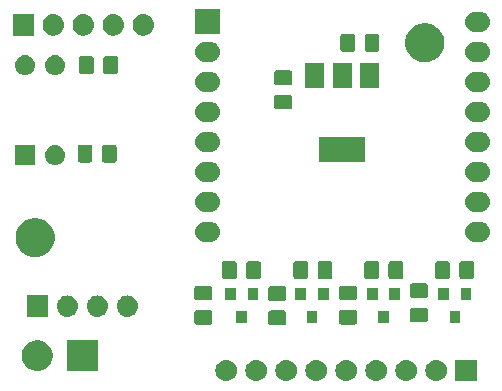
<source format=gbr>
G04 #@! TF.GenerationSoftware,KiCad,Pcbnew,5.1.2*
G04 #@! TF.CreationDate,2019-05-06T20:04:11+02:00*
G04 #@! TF.ProjectId,controlboard,636f6e74-726f-46c6-926f-6172642e6b69,rev?*
G04 #@! TF.SameCoordinates,Original*
G04 #@! TF.FileFunction,Soldermask,Top*
G04 #@! TF.FilePolarity,Negative*
%FSLAX46Y46*%
G04 Gerber Fmt 4.6, Leading zero omitted, Abs format (unit mm)*
G04 Created by KiCad (PCBNEW 5.1.2) date 2019-05-06 20:04:11*
%MOMM*%
%LPD*%
G04 APERTURE LIST*
%ADD10C,0.100000*%
G04 APERTURE END LIST*
D10*
G36*
X82290443Y-58355519D02*
G01*
X82356627Y-58362037D01*
X82526466Y-58413557D01*
X82682991Y-58497222D01*
X82718729Y-58526552D01*
X82820186Y-58609814D01*
X82903448Y-58711271D01*
X82932778Y-58747009D01*
X83016443Y-58903534D01*
X83067963Y-59073373D01*
X83085359Y-59250000D01*
X83067963Y-59426627D01*
X83016443Y-59596466D01*
X82932778Y-59752991D01*
X82903448Y-59788729D01*
X82820186Y-59890186D01*
X82718729Y-59973448D01*
X82682991Y-60002778D01*
X82526466Y-60086443D01*
X82356627Y-60137963D01*
X82290442Y-60144482D01*
X82224260Y-60151000D01*
X82135740Y-60151000D01*
X82069558Y-60144482D01*
X82003373Y-60137963D01*
X81833534Y-60086443D01*
X81677009Y-60002778D01*
X81641271Y-59973448D01*
X81539814Y-59890186D01*
X81456552Y-59788729D01*
X81427222Y-59752991D01*
X81343557Y-59596466D01*
X81292037Y-59426627D01*
X81274641Y-59250000D01*
X81292037Y-59073373D01*
X81343557Y-58903534D01*
X81427222Y-58747009D01*
X81456552Y-58711271D01*
X81539814Y-58609814D01*
X81641271Y-58526552D01*
X81677009Y-58497222D01*
X81833534Y-58413557D01*
X82003373Y-58362037D01*
X82069557Y-58355519D01*
X82135740Y-58349000D01*
X82224260Y-58349000D01*
X82290443Y-58355519D01*
X82290443Y-58355519D01*
G37*
G36*
X84830443Y-58355519D02*
G01*
X84896627Y-58362037D01*
X85066466Y-58413557D01*
X85222991Y-58497222D01*
X85258729Y-58526552D01*
X85360186Y-58609814D01*
X85443448Y-58711271D01*
X85472778Y-58747009D01*
X85556443Y-58903534D01*
X85607963Y-59073373D01*
X85625359Y-59250000D01*
X85607963Y-59426627D01*
X85556443Y-59596466D01*
X85472778Y-59752991D01*
X85443448Y-59788729D01*
X85360186Y-59890186D01*
X85258729Y-59973448D01*
X85222991Y-60002778D01*
X85066466Y-60086443D01*
X84896627Y-60137963D01*
X84830442Y-60144482D01*
X84764260Y-60151000D01*
X84675740Y-60151000D01*
X84609558Y-60144482D01*
X84543373Y-60137963D01*
X84373534Y-60086443D01*
X84217009Y-60002778D01*
X84181271Y-59973448D01*
X84079814Y-59890186D01*
X83996552Y-59788729D01*
X83967222Y-59752991D01*
X83883557Y-59596466D01*
X83832037Y-59426627D01*
X83814641Y-59250000D01*
X83832037Y-59073373D01*
X83883557Y-58903534D01*
X83967222Y-58747009D01*
X83996552Y-58711271D01*
X84079814Y-58609814D01*
X84181271Y-58526552D01*
X84217009Y-58497222D01*
X84373534Y-58413557D01*
X84543373Y-58362037D01*
X84609557Y-58355519D01*
X84675740Y-58349000D01*
X84764260Y-58349000D01*
X84830443Y-58355519D01*
X84830443Y-58355519D01*
G37*
G36*
X87370443Y-58355519D02*
G01*
X87436627Y-58362037D01*
X87606466Y-58413557D01*
X87762991Y-58497222D01*
X87798729Y-58526552D01*
X87900186Y-58609814D01*
X87983448Y-58711271D01*
X88012778Y-58747009D01*
X88096443Y-58903534D01*
X88147963Y-59073373D01*
X88165359Y-59250000D01*
X88147963Y-59426627D01*
X88096443Y-59596466D01*
X88012778Y-59752991D01*
X87983448Y-59788729D01*
X87900186Y-59890186D01*
X87798729Y-59973448D01*
X87762991Y-60002778D01*
X87606466Y-60086443D01*
X87436627Y-60137963D01*
X87370442Y-60144482D01*
X87304260Y-60151000D01*
X87215740Y-60151000D01*
X87149558Y-60144482D01*
X87083373Y-60137963D01*
X86913534Y-60086443D01*
X86757009Y-60002778D01*
X86721271Y-59973448D01*
X86619814Y-59890186D01*
X86536552Y-59788729D01*
X86507222Y-59752991D01*
X86423557Y-59596466D01*
X86372037Y-59426627D01*
X86354641Y-59250000D01*
X86372037Y-59073373D01*
X86423557Y-58903534D01*
X86507222Y-58747009D01*
X86536552Y-58711271D01*
X86619814Y-58609814D01*
X86721271Y-58526552D01*
X86757009Y-58497222D01*
X86913534Y-58413557D01*
X87083373Y-58362037D01*
X87149557Y-58355519D01*
X87215740Y-58349000D01*
X87304260Y-58349000D01*
X87370443Y-58355519D01*
X87370443Y-58355519D01*
G37*
G36*
X89910443Y-58355519D02*
G01*
X89976627Y-58362037D01*
X90146466Y-58413557D01*
X90302991Y-58497222D01*
X90338729Y-58526552D01*
X90440186Y-58609814D01*
X90523448Y-58711271D01*
X90552778Y-58747009D01*
X90636443Y-58903534D01*
X90687963Y-59073373D01*
X90705359Y-59250000D01*
X90687963Y-59426627D01*
X90636443Y-59596466D01*
X90552778Y-59752991D01*
X90523448Y-59788729D01*
X90440186Y-59890186D01*
X90338729Y-59973448D01*
X90302991Y-60002778D01*
X90146466Y-60086443D01*
X89976627Y-60137963D01*
X89910442Y-60144482D01*
X89844260Y-60151000D01*
X89755740Y-60151000D01*
X89689558Y-60144482D01*
X89623373Y-60137963D01*
X89453534Y-60086443D01*
X89297009Y-60002778D01*
X89261271Y-59973448D01*
X89159814Y-59890186D01*
X89076552Y-59788729D01*
X89047222Y-59752991D01*
X88963557Y-59596466D01*
X88912037Y-59426627D01*
X88894641Y-59250000D01*
X88912037Y-59073373D01*
X88963557Y-58903534D01*
X89047222Y-58747009D01*
X89076552Y-58711271D01*
X89159814Y-58609814D01*
X89261271Y-58526552D01*
X89297009Y-58497222D01*
X89453534Y-58413557D01*
X89623373Y-58362037D01*
X89689557Y-58355519D01*
X89755740Y-58349000D01*
X89844260Y-58349000D01*
X89910443Y-58355519D01*
X89910443Y-58355519D01*
G37*
G36*
X92450443Y-58355519D02*
G01*
X92516627Y-58362037D01*
X92686466Y-58413557D01*
X92842991Y-58497222D01*
X92878729Y-58526552D01*
X92980186Y-58609814D01*
X93063448Y-58711271D01*
X93092778Y-58747009D01*
X93176443Y-58903534D01*
X93227963Y-59073373D01*
X93245359Y-59250000D01*
X93227963Y-59426627D01*
X93176443Y-59596466D01*
X93092778Y-59752991D01*
X93063448Y-59788729D01*
X92980186Y-59890186D01*
X92878729Y-59973448D01*
X92842991Y-60002778D01*
X92686466Y-60086443D01*
X92516627Y-60137963D01*
X92450442Y-60144482D01*
X92384260Y-60151000D01*
X92295740Y-60151000D01*
X92229558Y-60144482D01*
X92163373Y-60137963D01*
X91993534Y-60086443D01*
X91837009Y-60002778D01*
X91801271Y-59973448D01*
X91699814Y-59890186D01*
X91616552Y-59788729D01*
X91587222Y-59752991D01*
X91503557Y-59596466D01*
X91452037Y-59426627D01*
X91434641Y-59250000D01*
X91452037Y-59073373D01*
X91503557Y-58903534D01*
X91587222Y-58747009D01*
X91616552Y-58711271D01*
X91699814Y-58609814D01*
X91801271Y-58526552D01*
X91837009Y-58497222D01*
X91993534Y-58413557D01*
X92163373Y-58362037D01*
X92229557Y-58355519D01*
X92295740Y-58349000D01*
X92384260Y-58349000D01*
X92450443Y-58355519D01*
X92450443Y-58355519D01*
G37*
G36*
X94990443Y-58355519D02*
G01*
X95056627Y-58362037D01*
X95226466Y-58413557D01*
X95382991Y-58497222D01*
X95418729Y-58526552D01*
X95520186Y-58609814D01*
X95603448Y-58711271D01*
X95632778Y-58747009D01*
X95716443Y-58903534D01*
X95767963Y-59073373D01*
X95785359Y-59250000D01*
X95767963Y-59426627D01*
X95716443Y-59596466D01*
X95632778Y-59752991D01*
X95603448Y-59788729D01*
X95520186Y-59890186D01*
X95418729Y-59973448D01*
X95382991Y-60002778D01*
X95226466Y-60086443D01*
X95056627Y-60137963D01*
X94990442Y-60144482D01*
X94924260Y-60151000D01*
X94835740Y-60151000D01*
X94769558Y-60144482D01*
X94703373Y-60137963D01*
X94533534Y-60086443D01*
X94377009Y-60002778D01*
X94341271Y-59973448D01*
X94239814Y-59890186D01*
X94156552Y-59788729D01*
X94127222Y-59752991D01*
X94043557Y-59596466D01*
X93992037Y-59426627D01*
X93974641Y-59250000D01*
X93992037Y-59073373D01*
X94043557Y-58903534D01*
X94127222Y-58747009D01*
X94156552Y-58711271D01*
X94239814Y-58609814D01*
X94341271Y-58526552D01*
X94377009Y-58497222D01*
X94533534Y-58413557D01*
X94703373Y-58362037D01*
X94769557Y-58355519D01*
X94835740Y-58349000D01*
X94924260Y-58349000D01*
X94990443Y-58355519D01*
X94990443Y-58355519D01*
G37*
G36*
X97530443Y-58355519D02*
G01*
X97596627Y-58362037D01*
X97766466Y-58413557D01*
X97922991Y-58497222D01*
X97958729Y-58526552D01*
X98060186Y-58609814D01*
X98143448Y-58711271D01*
X98172778Y-58747009D01*
X98256443Y-58903534D01*
X98307963Y-59073373D01*
X98325359Y-59250000D01*
X98307963Y-59426627D01*
X98256443Y-59596466D01*
X98172778Y-59752991D01*
X98143448Y-59788729D01*
X98060186Y-59890186D01*
X97958729Y-59973448D01*
X97922991Y-60002778D01*
X97766466Y-60086443D01*
X97596627Y-60137963D01*
X97530442Y-60144482D01*
X97464260Y-60151000D01*
X97375740Y-60151000D01*
X97309558Y-60144482D01*
X97243373Y-60137963D01*
X97073534Y-60086443D01*
X96917009Y-60002778D01*
X96881271Y-59973448D01*
X96779814Y-59890186D01*
X96696552Y-59788729D01*
X96667222Y-59752991D01*
X96583557Y-59596466D01*
X96532037Y-59426627D01*
X96514641Y-59250000D01*
X96532037Y-59073373D01*
X96583557Y-58903534D01*
X96667222Y-58747009D01*
X96696552Y-58711271D01*
X96779814Y-58609814D01*
X96881271Y-58526552D01*
X96917009Y-58497222D01*
X97073534Y-58413557D01*
X97243373Y-58362037D01*
X97309557Y-58355519D01*
X97375740Y-58349000D01*
X97464260Y-58349000D01*
X97530443Y-58355519D01*
X97530443Y-58355519D01*
G37*
G36*
X100070443Y-58355519D02*
G01*
X100136627Y-58362037D01*
X100306466Y-58413557D01*
X100462991Y-58497222D01*
X100498729Y-58526552D01*
X100600186Y-58609814D01*
X100683448Y-58711271D01*
X100712778Y-58747009D01*
X100796443Y-58903534D01*
X100847963Y-59073373D01*
X100865359Y-59250000D01*
X100847963Y-59426627D01*
X100796443Y-59596466D01*
X100712778Y-59752991D01*
X100683448Y-59788729D01*
X100600186Y-59890186D01*
X100498729Y-59973448D01*
X100462991Y-60002778D01*
X100306466Y-60086443D01*
X100136627Y-60137963D01*
X100070442Y-60144482D01*
X100004260Y-60151000D01*
X99915740Y-60151000D01*
X99849558Y-60144482D01*
X99783373Y-60137963D01*
X99613534Y-60086443D01*
X99457009Y-60002778D01*
X99421271Y-59973448D01*
X99319814Y-59890186D01*
X99236552Y-59788729D01*
X99207222Y-59752991D01*
X99123557Y-59596466D01*
X99072037Y-59426627D01*
X99054641Y-59250000D01*
X99072037Y-59073373D01*
X99123557Y-58903534D01*
X99207222Y-58747009D01*
X99236552Y-58711271D01*
X99319814Y-58609814D01*
X99421271Y-58526552D01*
X99457009Y-58497222D01*
X99613534Y-58413557D01*
X99783373Y-58362037D01*
X99849557Y-58355519D01*
X99915740Y-58349000D01*
X100004260Y-58349000D01*
X100070443Y-58355519D01*
X100070443Y-58355519D01*
G37*
G36*
X103401000Y-60151000D02*
G01*
X101599000Y-60151000D01*
X101599000Y-58349000D01*
X103401000Y-58349000D01*
X103401000Y-60151000D01*
X103401000Y-60151000D01*
G37*
G36*
X71300680Y-59300680D02*
G01*
X68699320Y-59300680D01*
X68699320Y-56699320D01*
X71300680Y-56699320D01*
X71300680Y-59300680D01*
X71300680Y-59300680D01*
G37*
G36*
X66569393Y-56749304D02*
G01*
X66806101Y-56847352D01*
X66806103Y-56847353D01*
X67019135Y-56989696D01*
X67200304Y-57170865D01*
X67342647Y-57383897D01*
X67342648Y-57383899D01*
X67440696Y-57620607D01*
X67490680Y-57871893D01*
X67490680Y-58128107D01*
X67440696Y-58379393D01*
X67391889Y-58497222D01*
X67342647Y-58616103D01*
X67200304Y-58829135D01*
X67019135Y-59010304D01*
X66806103Y-59152647D01*
X66806102Y-59152648D01*
X66806101Y-59152648D01*
X66569393Y-59250696D01*
X66318107Y-59300680D01*
X66061893Y-59300680D01*
X65810607Y-59250696D01*
X65573899Y-59152648D01*
X65573898Y-59152648D01*
X65573897Y-59152647D01*
X65360865Y-59010304D01*
X65179696Y-58829135D01*
X65037353Y-58616103D01*
X64988111Y-58497222D01*
X64939304Y-58379393D01*
X64889320Y-58128107D01*
X64889320Y-57871893D01*
X64939304Y-57620607D01*
X65037352Y-57383899D01*
X65037353Y-57383897D01*
X65179696Y-57170865D01*
X65360865Y-56989696D01*
X65573897Y-56847353D01*
X65573899Y-56847352D01*
X65810607Y-56749304D01*
X66061893Y-56699320D01*
X66318107Y-56699320D01*
X66569393Y-56749304D01*
X66569393Y-56749304D01*
G37*
G36*
X87088674Y-54178465D02*
G01*
X87126367Y-54189899D01*
X87161103Y-54208466D01*
X87191548Y-54233452D01*
X87216534Y-54263897D01*
X87235101Y-54298633D01*
X87246535Y-54336326D01*
X87251000Y-54381661D01*
X87251000Y-55218339D01*
X87246535Y-55263674D01*
X87235101Y-55301367D01*
X87216534Y-55336103D01*
X87191548Y-55366548D01*
X87161103Y-55391534D01*
X87126367Y-55410101D01*
X87088674Y-55421535D01*
X87043339Y-55426000D01*
X85956661Y-55426000D01*
X85911326Y-55421535D01*
X85873633Y-55410101D01*
X85838897Y-55391534D01*
X85808452Y-55366548D01*
X85783466Y-55336103D01*
X85764899Y-55301367D01*
X85753465Y-55263674D01*
X85749000Y-55218339D01*
X85749000Y-54381661D01*
X85753465Y-54336326D01*
X85764899Y-54298633D01*
X85783466Y-54263897D01*
X85808452Y-54233452D01*
X85838897Y-54208466D01*
X85873633Y-54189899D01*
X85911326Y-54178465D01*
X85956661Y-54174000D01*
X87043339Y-54174000D01*
X87088674Y-54178465D01*
X87088674Y-54178465D01*
G37*
G36*
X80838674Y-54128465D02*
G01*
X80876367Y-54139899D01*
X80911103Y-54158466D01*
X80941548Y-54183452D01*
X80966534Y-54213897D01*
X80985101Y-54248633D01*
X80996535Y-54286326D01*
X81001000Y-54331661D01*
X81001000Y-55168339D01*
X80996535Y-55213674D01*
X80985101Y-55251367D01*
X80966534Y-55286103D01*
X80941548Y-55316548D01*
X80911103Y-55341534D01*
X80876367Y-55360101D01*
X80838674Y-55371535D01*
X80793339Y-55376000D01*
X79706661Y-55376000D01*
X79661326Y-55371535D01*
X79623633Y-55360101D01*
X79588897Y-55341534D01*
X79558452Y-55316548D01*
X79533466Y-55286103D01*
X79514899Y-55251367D01*
X79503465Y-55213674D01*
X79499000Y-55168339D01*
X79499000Y-54331661D01*
X79503465Y-54286326D01*
X79514899Y-54248633D01*
X79533466Y-54213897D01*
X79558452Y-54183452D01*
X79588897Y-54158466D01*
X79623633Y-54139899D01*
X79661326Y-54128465D01*
X79706661Y-54124000D01*
X80793339Y-54124000D01*
X80838674Y-54128465D01*
X80838674Y-54128465D01*
G37*
G36*
X93088674Y-54128465D02*
G01*
X93126367Y-54139899D01*
X93161103Y-54158466D01*
X93191548Y-54183452D01*
X93216534Y-54213897D01*
X93235101Y-54248633D01*
X93246535Y-54286326D01*
X93251000Y-54331661D01*
X93251000Y-55168339D01*
X93246535Y-55213674D01*
X93235101Y-55251367D01*
X93216534Y-55286103D01*
X93191548Y-55316548D01*
X93161103Y-55341534D01*
X93126367Y-55360101D01*
X93088674Y-55371535D01*
X93043339Y-55376000D01*
X91956661Y-55376000D01*
X91911326Y-55371535D01*
X91873633Y-55360101D01*
X91838897Y-55341534D01*
X91808452Y-55316548D01*
X91783466Y-55286103D01*
X91764899Y-55251367D01*
X91753465Y-55213674D01*
X91749000Y-55168339D01*
X91749000Y-54331661D01*
X91753465Y-54286326D01*
X91764899Y-54248633D01*
X91783466Y-54213897D01*
X91808452Y-54183452D01*
X91838897Y-54158466D01*
X91873633Y-54139899D01*
X91911326Y-54128465D01*
X91956661Y-54124000D01*
X93043339Y-54124000D01*
X93088674Y-54128465D01*
X93088674Y-54128465D01*
G37*
G36*
X95951000Y-55251000D02*
G01*
X95049000Y-55251000D01*
X95049000Y-54249000D01*
X95951000Y-54249000D01*
X95951000Y-55251000D01*
X95951000Y-55251000D01*
G37*
G36*
X102001000Y-55251000D02*
G01*
X101099000Y-55251000D01*
X101099000Y-54249000D01*
X102001000Y-54249000D01*
X102001000Y-55251000D01*
X102001000Y-55251000D01*
G37*
G36*
X89901000Y-55251000D02*
G01*
X88999000Y-55251000D01*
X88999000Y-54249000D01*
X89901000Y-54249000D01*
X89901000Y-55251000D01*
X89901000Y-55251000D01*
G37*
G36*
X83951000Y-55251000D02*
G01*
X83049000Y-55251000D01*
X83049000Y-54249000D01*
X83951000Y-54249000D01*
X83951000Y-55251000D01*
X83951000Y-55251000D01*
G37*
G36*
X99088674Y-53928465D02*
G01*
X99126367Y-53939899D01*
X99161103Y-53958466D01*
X99191548Y-53983452D01*
X99216534Y-54013897D01*
X99235101Y-54048633D01*
X99246535Y-54086326D01*
X99251000Y-54131661D01*
X99251000Y-54968339D01*
X99246535Y-55013674D01*
X99235101Y-55051367D01*
X99216534Y-55086103D01*
X99191548Y-55116548D01*
X99161103Y-55141534D01*
X99126367Y-55160101D01*
X99088674Y-55171535D01*
X99043339Y-55176000D01*
X97956661Y-55176000D01*
X97911326Y-55171535D01*
X97873633Y-55160101D01*
X97838897Y-55141534D01*
X97808452Y-55116548D01*
X97783466Y-55086103D01*
X97764899Y-55051367D01*
X97753465Y-55013674D01*
X97749000Y-54968339D01*
X97749000Y-54131661D01*
X97753465Y-54086326D01*
X97764899Y-54048633D01*
X97783466Y-54013897D01*
X97808452Y-53983452D01*
X97838897Y-53958466D01*
X97873633Y-53939899D01*
X97911326Y-53928465D01*
X97956661Y-53924000D01*
X99043339Y-53924000D01*
X99088674Y-53928465D01*
X99088674Y-53928465D01*
G37*
G36*
X73930443Y-52905519D02*
G01*
X73996627Y-52912037D01*
X74166466Y-52963557D01*
X74322991Y-53047222D01*
X74358729Y-53076552D01*
X74460186Y-53159814D01*
X74531147Y-53246282D01*
X74572778Y-53297009D01*
X74656443Y-53453534D01*
X74707963Y-53623373D01*
X74725359Y-53800000D01*
X74707963Y-53976627D01*
X74656443Y-54146466D01*
X74572778Y-54302991D01*
X74549249Y-54331661D01*
X74460186Y-54440186D01*
X74358729Y-54523448D01*
X74322991Y-54552778D01*
X74166466Y-54636443D01*
X73996627Y-54687963D01*
X73930443Y-54694481D01*
X73864260Y-54701000D01*
X73775740Y-54701000D01*
X73709557Y-54694481D01*
X73643373Y-54687963D01*
X73473534Y-54636443D01*
X73317009Y-54552778D01*
X73281271Y-54523448D01*
X73179814Y-54440186D01*
X73090751Y-54331661D01*
X73067222Y-54302991D01*
X72983557Y-54146466D01*
X72932037Y-53976627D01*
X72914641Y-53800000D01*
X72932037Y-53623373D01*
X72983557Y-53453534D01*
X73067222Y-53297009D01*
X73108853Y-53246282D01*
X73179814Y-53159814D01*
X73281271Y-53076552D01*
X73317009Y-53047222D01*
X73473534Y-52963557D01*
X73643373Y-52912037D01*
X73709557Y-52905519D01*
X73775740Y-52899000D01*
X73864260Y-52899000D01*
X73930443Y-52905519D01*
X73930443Y-52905519D01*
G37*
G36*
X67101000Y-54701000D02*
G01*
X65299000Y-54701000D01*
X65299000Y-52899000D01*
X67101000Y-52899000D01*
X67101000Y-54701000D01*
X67101000Y-54701000D01*
G37*
G36*
X68850443Y-52905519D02*
G01*
X68916627Y-52912037D01*
X69086466Y-52963557D01*
X69242991Y-53047222D01*
X69278729Y-53076552D01*
X69380186Y-53159814D01*
X69451147Y-53246282D01*
X69492778Y-53297009D01*
X69576443Y-53453534D01*
X69627963Y-53623373D01*
X69645359Y-53800000D01*
X69627963Y-53976627D01*
X69576443Y-54146466D01*
X69492778Y-54302991D01*
X69469249Y-54331661D01*
X69380186Y-54440186D01*
X69278729Y-54523448D01*
X69242991Y-54552778D01*
X69086466Y-54636443D01*
X68916627Y-54687963D01*
X68850443Y-54694481D01*
X68784260Y-54701000D01*
X68695740Y-54701000D01*
X68629557Y-54694481D01*
X68563373Y-54687963D01*
X68393534Y-54636443D01*
X68237009Y-54552778D01*
X68201271Y-54523448D01*
X68099814Y-54440186D01*
X68010751Y-54331661D01*
X67987222Y-54302991D01*
X67903557Y-54146466D01*
X67852037Y-53976627D01*
X67834641Y-53800000D01*
X67852037Y-53623373D01*
X67903557Y-53453534D01*
X67987222Y-53297009D01*
X68028853Y-53246282D01*
X68099814Y-53159814D01*
X68201271Y-53076552D01*
X68237009Y-53047222D01*
X68393534Y-52963557D01*
X68563373Y-52912037D01*
X68629557Y-52905519D01*
X68695740Y-52899000D01*
X68784260Y-52899000D01*
X68850443Y-52905519D01*
X68850443Y-52905519D01*
G37*
G36*
X71390443Y-52905519D02*
G01*
X71456627Y-52912037D01*
X71626466Y-52963557D01*
X71782991Y-53047222D01*
X71818729Y-53076552D01*
X71920186Y-53159814D01*
X71991147Y-53246282D01*
X72032778Y-53297009D01*
X72116443Y-53453534D01*
X72167963Y-53623373D01*
X72185359Y-53800000D01*
X72167963Y-53976627D01*
X72116443Y-54146466D01*
X72032778Y-54302991D01*
X72009249Y-54331661D01*
X71920186Y-54440186D01*
X71818729Y-54523448D01*
X71782991Y-54552778D01*
X71626466Y-54636443D01*
X71456627Y-54687963D01*
X71390443Y-54694481D01*
X71324260Y-54701000D01*
X71235740Y-54701000D01*
X71169557Y-54694481D01*
X71103373Y-54687963D01*
X70933534Y-54636443D01*
X70777009Y-54552778D01*
X70741271Y-54523448D01*
X70639814Y-54440186D01*
X70550751Y-54331661D01*
X70527222Y-54302991D01*
X70443557Y-54146466D01*
X70392037Y-53976627D01*
X70374641Y-53800000D01*
X70392037Y-53623373D01*
X70443557Y-53453534D01*
X70527222Y-53297009D01*
X70568853Y-53246282D01*
X70639814Y-53159814D01*
X70741271Y-53076552D01*
X70777009Y-53047222D01*
X70933534Y-52963557D01*
X71103373Y-52912037D01*
X71169557Y-52905519D01*
X71235740Y-52899000D01*
X71324260Y-52899000D01*
X71390443Y-52905519D01*
X71390443Y-52905519D01*
G37*
G36*
X87088674Y-52128465D02*
G01*
X87126367Y-52139899D01*
X87161103Y-52158466D01*
X87191548Y-52183452D01*
X87216534Y-52213897D01*
X87235101Y-52248633D01*
X87246535Y-52286326D01*
X87251000Y-52331661D01*
X87251000Y-53168339D01*
X87246535Y-53213674D01*
X87235101Y-53251367D01*
X87216534Y-53286103D01*
X87191548Y-53316548D01*
X87161103Y-53341534D01*
X87126367Y-53360101D01*
X87088674Y-53371535D01*
X87043339Y-53376000D01*
X85956661Y-53376000D01*
X85911326Y-53371535D01*
X85873633Y-53360101D01*
X85838897Y-53341534D01*
X85808452Y-53316548D01*
X85783466Y-53286103D01*
X85764899Y-53251367D01*
X85753465Y-53213674D01*
X85749000Y-53168339D01*
X85749000Y-52331661D01*
X85753465Y-52286326D01*
X85764899Y-52248633D01*
X85783466Y-52213897D01*
X85808452Y-52183452D01*
X85838897Y-52158466D01*
X85873633Y-52139899D01*
X85911326Y-52128465D01*
X85956661Y-52124000D01*
X87043339Y-52124000D01*
X87088674Y-52128465D01*
X87088674Y-52128465D01*
G37*
G36*
X93088674Y-52078465D02*
G01*
X93126367Y-52089899D01*
X93161103Y-52108466D01*
X93191548Y-52133452D01*
X93216534Y-52163897D01*
X93235101Y-52198633D01*
X93246535Y-52236326D01*
X93251000Y-52281661D01*
X93251000Y-53118339D01*
X93246535Y-53163674D01*
X93235101Y-53201367D01*
X93216534Y-53236103D01*
X93191548Y-53266548D01*
X93161103Y-53291534D01*
X93126367Y-53310101D01*
X93088674Y-53321535D01*
X93043339Y-53326000D01*
X91956661Y-53326000D01*
X91911326Y-53321535D01*
X91873633Y-53310101D01*
X91838897Y-53291534D01*
X91808452Y-53266548D01*
X91783466Y-53236103D01*
X91764899Y-53201367D01*
X91753465Y-53163674D01*
X91749000Y-53118339D01*
X91749000Y-52281661D01*
X91753465Y-52236326D01*
X91764899Y-52198633D01*
X91783466Y-52163897D01*
X91808452Y-52133452D01*
X91838897Y-52108466D01*
X91873633Y-52089899D01*
X91911326Y-52078465D01*
X91956661Y-52074000D01*
X93043339Y-52074000D01*
X93088674Y-52078465D01*
X93088674Y-52078465D01*
G37*
G36*
X80838674Y-52078465D02*
G01*
X80876367Y-52089899D01*
X80911103Y-52108466D01*
X80941548Y-52133452D01*
X80966534Y-52163897D01*
X80985101Y-52198633D01*
X80996535Y-52236326D01*
X81001000Y-52281661D01*
X81001000Y-53118339D01*
X80996535Y-53163674D01*
X80985101Y-53201367D01*
X80966534Y-53236103D01*
X80941548Y-53266548D01*
X80911103Y-53291534D01*
X80876367Y-53310101D01*
X80838674Y-53321535D01*
X80793339Y-53326000D01*
X79706661Y-53326000D01*
X79661326Y-53321535D01*
X79623633Y-53310101D01*
X79588897Y-53291534D01*
X79558452Y-53266548D01*
X79533466Y-53236103D01*
X79514899Y-53201367D01*
X79503465Y-53163674D01*
X79499000Y-53118339D01*
X79499000Y-52281661D01*
X79503465Y-52236326D01*
X79514899Y-52198633D01*
X79533466Y-52163897D01*
X79558452Y-52133452D01*
X79588897Y-52108466D01*
X79623633Y-52089899D01*
X79661326Y-52078465D01*
X79706661Y-52074000D01*
X80793339Y-52074000D01*
X80838674Y-52078465D01*
X80838674Y-52078465D01*
G37*
G36*
X88951000Y-53251000D02*
G01*
X88049000Y-53251000D01*
X88049000Y-52249000D01*
X88951000Y-52249000D01*
X88951000Y-53251000D01*
X88951000Y-53251000D01*
G37*
G36*
X83001000Y-53251000D02*
G01*
X82099000Y-53251000D01*
X82099000Y-52249000D01*
X83001000Y-52249000D01*
X83001000Y-53251000D01*
X83001000Y-53251000D01*
G37*
G36*
X84901000Y-53251000D02*
G01*
X83999000Y-53251000D01*
X83999000Y-52249000D01*
X84901000Y-52249000D01*
X84901000Y-53251000D01*
X84901000Y-53251000D01*
G37*
G36*
X101051000Y-53251000D02*
G01*
X100149000Y-53251000D01*
X100149000Y-52249000D01*
X101051000Y-52249000D01*
X101051000Y-53251000D01*
X101051000Y-53251000D01*
G37*
G36*
X95001000Y-53251000D02*
G01*
X94099000Y-53251000D01*
X94099000Y-52249000D01*
X95001000Y-52249000D01*
X95001000Y-53251000D01*
X95001000Y-53251000D01*
G37*
G36*
X96901000Y-53251000D02*
G01*
X95999000Y-53251000D01*
X95999000Y-52249000D01*
X96901000Y-52249000D01*
X96901000Y-53251000D01*
X96901000Y-53251000D01*
G37*
G36*
X90851000Y-53251000D02*
G01*
X89949000Y-53251000D01*
X89949000Y-52249000D01*
X90851000Y-52249000D01*
X90851000Y-53251000D01*
X90851000Y-53251000D01*
G37*
G36*
X102951000Y-53251000D02*
G01*
X102049000Y-53251000D01*
X102049000Y-52249000D01*
X102951000Y-52249000D01*
X102951000Y-53251000D01*
X102951000Y-53251000D01*
G37*
G36*
X99088674Y-51878465D02*
G01*
X99126367Y-51889899D01*
X99161103Y-51908466D01*
X99191548Y-51933452D01*
X99216534Y-51963897D01*
X99235101Y-51998633D01*
X99246535Y-52036326D01*
X99251000Y-52081661D01*
X99251000Y-52918339D01*
X99246535Y-52963674D01*
X99235101Y-53001367D01*
X99216534Y-53036103D01*
X99191548Y-53066548D01*
X99161103Y-53091534D01*
X99126367Y-53110101D01*
X99088674Y-53121535D01*
X99043339Y-53126000D01*
X97956661Y-53126000D01*
X97911326Y-53121535D01*
X97873633Y-53110101D01*
X97838897Y-53091534D01*
X97808452Y-53066548D01*
X97783466Y-53036103D01*
X97764899Y-53001367D01*
X97753465Y-52963674D01*
X97749000Y-52918339D01*
X97749000Y-52081661D01*
X97753465Y-52036326D01*
X97764899Y-51998633D01*
X97783466Y-51963897D01*
X97808452Y-51933452D01*
X97838897Y-51908466D01*
X97873633Y-51889899D01*
X97911326Y-51878465D01*
X97956661Y-51874000D01*
X99043339Y-51874000D01*
X99088674Y-51878465D01*
X99088674Y-51878465D01*
G37*
G36*
X103013674Y-50003465D02*
G01*
X103051367Y-50014899D01*
X103086103Y-50033466D01*
X103116548Y-50058452D01*
X103141534Y-50088897D01*
X103160101Y-50123633D01*
X103171535Y-50161326D01*
X103176000Y-50206661D01*
X103176000Y-51293339D01*
X103171535Y-51338674D01*
X103160101Y-51376367D01*
X103141534Y-51411103D01*
X103116548Y-51441548D01*
X103086103Y-51466534D01*
X103051367Y-51485101D01*
X103013674Y-51496535D01*
X102968339Y-51501000D01*
X102131661Y-51501000D01*
X102086326Y-51496535D01*
X102048633Y-51485101D01*
X102013897Y-51466534D01*
X101983452Y-51441548D01*
X101958466Y-51411103D01*
X101939899Y-51376367D01*
X101928465Y-51338674D01*
X101924000Y-51293339D01*
X101924000Y-50206661D01*
X101928465Y-50161326D01*
X101939899Y-50123633D01*
X101958466Y-50088897D01*
X101983452Y-50058452D01*
X102013897Y-50033466D01*
X102048633Y-50014899D01*
X102086326Y-50003465D01*
X102131661Y-49999000D01*
X102968339Y-49999000D01*
X103013674Y-50003465D01*
X103013674Y-50003465D01*
G37*
G36*
X97013674Y-50003465D02*
G01*
X97051367Y-50014899D01*
X97086103Y-50033466D01*
X97116548Y-50058452D01*
X97141534Y-50088897D01*
X97160101Y-50123633D01*
X97171535Y-50161326D01*
X97176000Y-50206661D01*
X97176000Y-51293339D01*
X97171535Y-51338674D01*
X97160101Y-51376367D01*
X97141534Y-51411103D01*
X97116548Y-51441548D01*
X97086103Y-51466534D01*
X97051367Y-51485101D01*
X97013674Y-51496535D01*
X96968339Y-51501000D01*
X96131661Y-51501000D01*
X96086326Y-51496535D01*
X96048633Y-51485101D01*
X96013897Y-51466534D01*
X95983452Y-51441548D01*
X95958466Y-51411103D01*
X95939899Y-51376367D01*
X95928465Y-51338674D01*
X95924000Y-51293339D01*
X95924000Y-50206661D01*
X95928465Y-50161326D01*
X95939899Y-50123633D01*
X95958466Y-50088897D01*
X95983452Y-50058452D01*
X96013897Y-50033466D01*
X96048633Y-50014899D01*
X96086326Y-50003465D01*
X96131661Y-49999000D01*
X96968339Y-49999000D01*
X97013674Y-50003465D01*
X97013674Y-50003465D01*
G37*
G36*
X94963674Y-50003465D02*
G01*
X95001367Y-50014899D01*
X95036103Y-50033466D01*
X95066548Y-50058452D01*
X95091534Y-50088897D01*
X95110101Y-50123633D01*
X95121535Y-50161326D01*
X95126000Y-50206661D01*
X95126000Y-51293339D01*
X95121535Y-51338674D01*
X95110101Y-51376367D01*
X95091534Y-51411103D01*
X95066548Y-51441548D01*
X95036103Y-51466534D01*
X95001367Y-51485101D01*
X94963674Y-51496535D01*
X94918339Y-51501000D01*
X94081661Y-51501000D01*
X94036326Y-51496535D01*
X93998633Y-51485101D01*
X93963897Y-51466534D01*
X93933452Y-51441548D01*
X93908466Y-51411103D01*
X93889899Y-51376367D01*
X93878465Y-51338674D01*
X93874000Y-51293339D01*
X93874000Y-50206661D01*
X93878465Y-50161326D01*
X93889899Y-50123633D01*
X93908466Y-50088897D01*
X93933452Y-50058452D01*
X93963897Y-50033466D01*
X93998633Y-50014899D01*
X94036326Y-50003465D01*
X94081661Y-49999000D01*
X94918339Y-49999000D01*
X94963674Y-50003465D01*
X94963674Y-50003465D01*
G37*
G36*
X91013674Y-50003465D02*
G01*
X91051367Y-50014899D01*
X91086103Y-50033466D01*
X91116548Y-50058452D01*
X91141534Y-50088897D01*
X91160101Y-50123633D01*
X91171535Y-50161326D01*
X91176000Y-50206661D01*
X91176000Y-51293339D01*
X91171535Y-51338674D01*
X91160101Y-51376367D01*
X91141534Y-51411103D01*
X91116548Y-51441548D01*
X91086103Y-51466534D01*
X91051367Y-51485101D01*
X91013674Y-51496535D01*
X90968339Y-51501000D01*
X90131661Y-51501000D01*
X90086326Y-51496535D01*
X90048633Y-51485101D01*
X90013897Y-51466534D01*
X89983452Y-51441548D01*
X89958466Y-51411103D01*
X89939899Y-51376367D01*
X89928465Y-51338674D01*
X89924000Y-51293339D01*
X89924000Y-50206661D01*
X89928465Y-50161326D01*
X89939899Y-50123633D01*
X89958466Y-50088897D01*
X89983452Y-50058452D01*
X90013897Y-50033466D01*
X90048633Y-50014899D01*
X90086326Y-50003465D01*
X90131661Y-49999000D01*
X90968339Y-49999000D01*
X91013674Y-50003465D01*
X91013674Y-50003465D01*
G37*
G36*
X84963674Y-50003465D02*
G01*
X85001367Y-50014899D01*
X85036103Y-50033466D01*
X85066548Y-50058452D01*
X85091534Y-50088897D01*
X85110101Y-50123633D01*
X85121535Y-50161326D01*
X85126000Y-50206661D01*
X85126000Y-51293339D01*
X85121535Y-51338674D01*
X85110101Y-51376367D01*
X85091534Y-51411103D01*
X85066548Y-51441548D01*
X85036103Y-51466534D01*
X85001367Y-51485101D01*
X84963674Y-51496535D01*
X84918339Y-51501000D01*
X84081661Y-51501000D01*
X84036326Y-51496535D01*
X83998633Y-51485101D01*
X83963897Y-51466534D01*
X83933452Y-51441548D01*
X83908466Y-51411103D01*
X83889899Y-51376367D01*
X83878465Y-51338674D01*
X83874000Y-51293339D01*
X83874000Y-50206661D01*
X83878465Y-50161326D01*
X83889899Y-50123633D01*
X83908466Y-50088897D01*
X83933452Y-50058452D01*
X83963897Y-50033466D01*
X83998633Y-50014899D01*
X84036326Y-50003465D01*
X84081661Y-49999000D01*
X84918339Y-49999000D01*
X84963674Y-50003465D01*
X84963674Y-50003465D01*
G37*
G36*
X88963674Y-50003465D02*
G01*
X89001367Y-50014899D01*
X89036103Y-50033466D01*
X89066548Y-50058452D01*
X89091534Y-50088897D01*
X89110101Y-50123633D01*
X89121535Y-50161326D01*
X89126000Y-50206661D01*
X89126000Y-51293339D01*
X89121535Y-51338674D01*
X89110101Y-51376367D01*
X89091534Y-51411103D01*
X89066548Y-51441548D01*
X89036103Y-51466534D01*
X89001367Y-51485101D01*
X88963674Y-51496535D01*
X88918339Y-51501000D01*
X88081661Y-51501000D01*
X88036326Y-51496535D01*
X87998633Y-51485101D01*
X87963897Y-51466534D01*
X87933452Y-51441548D01*
X87908466Y-51411103D01*
X87889899Y-51376367D01*
X87878465Y-51338674D01*
X87874000Y-51293339D01*
X87874000Y-50206661D01*
X87878465Y-50161326D01*
X87889899Y-50123633D01*
X87908466Y-50088897D01*
X87933452Y-50058452D01*
X87963897Y-50033466D01*
X87998633Y-50014899D01*
X88036326Y-50003465D01*
X88081661Y-49999000D01*
X88918339Y-49999000D01*
X88963674Y-50003465D01*
X88963674Y-50003465D01*
G37*
G36*
X100963674Y-50003465D02*
G01*
X101001367Y-50014899D01*
X101036103Y-50033466D01*
X101066548Y-50058452D01*
X101091534Y-50088897D01*
X101110101Y-50123633D01*
X101121535Y-50161326D01*
X101126000Y-50206661D01*
X101126000Y-51293339D01*
X101121535Y-51338674D01*
X101110101Y-51376367D01*
X101091534Y-51411103D01*
X101066548Y-51441548D01*
X101036103Y-51466534D01*
X101001367Y-51485101D01*
X100963674Y-51496535D01*
X100918339Y-51501000D01*
X100081661Y-51501000D01*
X100036326Y-51496535D01*
X99998633Y-51485101D01*
X99963897Y-51466534D01*
X99933452Y-51441548D01*
X99908466Y-51411103D01*
X99889899Y-51376367D01*
X99878465Y-51338674D01*
X99874000Y-51293339D01*
X99874000Y-50206661D01*
X99878465Y-50161326D01*
X99889899Y-50123633D01*
X99908466Y-50088897D01*
X99933452Y-50058452D01*
X99963897Y-50033466D01*
X99998633Y-50014899D01*
X100036326Y-50003465D01*
X100081661Y-49999000D01*
X100918339Y-49999000D01*
X100963674Y-50003465D01*
X100963674Y-50003465D01*
G37*
G36*
X82913674Y-50003465D02*
G01*
X82951367Y-50014899D01*
X82986103Y-50033466D01*
X83016548Y-50058452D01*
X83041534Y-50088897D01*
X83060101Y-50123633D01*
X83071535Y-50161326D01*
X83076000Y-50206661D01*
X83076000Y-51293339D01*
X83071535Y-51338674D01*
X83060101Y-51376367D01*
X83041534Y-51411103D01*
X83016548Y-51441548D01*
X82986103Y-51466534D01*
X82951367Y-51485101D01*
X82913674Y-51496535D01*
X82868339Y-51501000D01*
X82031661Y-51501000D01*
X81986326Y-51496535D01*
X81948633Y-51485101D01*
X81913897Y-51466534D01*
X81883452Y-51441548D01*
X81858466Y-51411103D01*
X81839899Y-51376367D01*
X81828465Y-51338674D01*
X81824000Y-51293339D01*
X81824000Y-50206661D01*
X81828465Y-50161326D01*
X81839899Y-50123633D01*
X81858466Y-50088897D01*
X81883452Y-50058452D01*
X81913897Y-50033466D01*
X81948633Y-50014899D01*
X81986326Y-50003465D01*
X82031661Y-49999000D01*
X82868339Y-49999000D01*
X82913674Y-50003465D01*
X82913674Y-50003465D01*
G37*
G36*
X66375256Y-46391298D02*
G01*
X66481579Y-46412447D01*
X66782042Y-46536903D01*
X67052451Y-46717585D01*
X67282415Y-46947549D01*
X67463097Y-47217958D01*
X67587553Y-47518421D01*
X67651000Y-47837391D01*
X67651000Y-48162609D01*
X67587553Y-48481579D01*
X67463097Y-48782042D01*
X67282415Y-49052451D01*
X67052451Y-49282415D01*
X66782042Y-49463097D01*
X66481579Y-49587553D01*
X66375256Y-49608702D01*
X66162611Y-49651000D01*
X65837389Y-49651000D01*
X65624744Y-49608702D01*
X65518421Y-49587553D01*
X65217958Y-49463097D01*
X64947549Y-49282415D01*
X64717585Y-49052451D01*
X64536903Y-48782042D01*
X64412447Y-48481579D01*
X64349000Y-48162609D01*
X64349000Y-47837391D01*
X64412447Y-47518421D01*
X64536903Y-47217958D01*
X64717585Y-46947549D01*
X64947549Y-46717585D01*
X65217958Y-46536903D01*
X65518421Y-46412447D01*
X65624744Y-46391298D01*
X65837389Y-46349000D01*
X66162611Y-46349000D01*
X66375256Y-46391298D01*
X66375256Y-46391298D01*
G37*
G36*
X103841824Y-46676314D02*
G01*
X104002243Y-46724977D01*
X104134907Y-46795887D01*
X104150079Y-46803997D01*
X104279660Y-46910342D01*
X104386005Y-47039923D01*
X104386006Y-47039925D01*
X104465025Y-47187759D01*
X104513688Y-47348178D01*
X104530118Y-47515001D01*
X104513688Y-47681824D01*
X104513687Y-47681826D01*
X104466498Y-47837389D01*
X104465025Y-47842243D01*
X104394115Y-47974907D01*
X104386005Y-47990079D01*
X104279660Y-48119660D01*
X104150079Y-48226005D01*
X104150077Y-48226006D01*
X104002243Y-48305025D01*
X103841824Y-48353688D01*
X103716805Y-48366001D01*
X103233197Y-48366001D01*
X103108178Y-48353688D01*
X102947759Y-48305025D01*
X102799925Y-48226006D01*
X102799923Y-48226005D01*
X102670342Y-48119660D01*
X102563997Y-47990079D01*
X102555887Y-47974907D01*
X102484977Y-47842243D01*
X102483505Y-47837389D01*
X102436315Y-47681826D01*
X102436314Y-47681824D01*
X102419884Y-47515001D01*
X102436314Y-47348178D01*
X102484977Y-47187759D01*
X102563996Y-47039925D01*
X102563997Y-47039923D01*
X102670342Y-46910342D01*
X102799923Y-46803997D01*
X102815095Y-46795887D01*
X102947759Y-46724977D01*
X103108178Y-46676314D01*
X103233197Y-46664001D01*
X103716805Y-46664001D01*
X103841824Y-46676314D01*
X103841824Y-46676314D01*
G37*
G36*
X80981824Y-46676314D02*
G01*
X81142243Y-46724977D01*
X81274907Y-46795887D01*
X81290079Y-46803997D01*
X81419660Y-46910342D01*
X81526005Y-47039923D01*
X81526006Y-47039925D01*
X81605025Y-47187759D01*
X81653688Y-47348178D01*
X81670118Y-47515001D01*
X81653688Y-47681824D01*
X81653687Y-47681826D01*
X81606498Y-47837389D01*
X81605025Y-47842243D01*
X81534115Y-47974907D01*
X81526005Y-47990079D01*
X81419660Y-48119660D01*
X81290079Y-48226005D01*
X81290077Y-48226006D01*
X81142243Y-48305025D01*
X80981824Y-48353688D01*
X80856805Y-48366001D01*
X80373197Y-48366001D01*
X80248178Y-48353688D01*
X80087759Y-48305025D01*
X79939925Y-48226006D01*
X79939923Y-48226005D01*
X79810342Y-48119660D01*
X79703997Y-47990079D01*
X79695887Y-47974907D01*
X79624977Y-47842243D01*
X79623505Y-47837389D01*
X79576315Y-47681826D01*
X79576314Y-47681824D01*
X79559884Y-47515001D01*
X79576314Y-47348178D01*
X79624977Y-47187759D01*
X79703996Y-47039925D01*
X79703997Y-47039923D01*
X79810342Y-46910342D01*
X79939923Y-46803997D01*
X79955095Y-46795887D01*
X80087759Y-46724977D01*
X80248178Y-46676314D01*
X80373197Y-46664001D01*
X80856805Y-46664001D01*
X80981824Y-46676314D01*
X80981824Y-46676314D01*
G37*
G36*
X103841824Y-44136314D02*
G01*
X104002243Y-44184977D01*
X104134907Y-44255887D01*
X104150079Y-44263997D01*
X104279660Y-44370342D01*
X104386005Y-44499923D01*
X104386006Y-44499925D01*
X104465025Y-44647759D01*
X104513688Y-44808178D01*
X104530118Y-44975001D01*
X104513688Y-45141824D01*
X104465025Y-45302243D01*
X104394115Y-45434907D01*
X104386005Y-45450079D01*
X104279660Y-45579660D01*
X104150079Y-45686005D01*
X104150077Y-45686006D01*
X104002243Y-45765025D01*
X103841824Y-45813688D01*
X103716805Y-45826001D01*
X103233197Y-45826001D01*
X103108178Y-45813688D01*
X102947759Y-45765025D01*
X102799925Y-45686006D01*
X102799923Y-45686005D01*
X102670342Y-45579660D01*
X102563997Y-45450079D01*
X102555887Y-45434907D01*
X102484977Y-45302243D01*
X102436314Y-45141824D01*
X102419884Y-44975001D01*
X102436314Y-44808178D01*
X102484977Y-44647759D01*
X102563996Y-44499925D01*
X102563997Y-44499923D01*
X102670342Y-44370342D01*
X102799923Y-44263997D01*
X102815095Y-44255887D01*
X102947759Y-44184977D01*
X103108178Y-44136314D01*
X103233197Y-44124001D01*
X103716805Y-44124001D01*
X103841824Y-44136314D01*
X103841824Y-44136314D01*
G37*
G36*
X80981824Y-44136314D02*
G01*
X81142243Y-44184977D01*
X81274907Y-44255887D01*
X81290079Y-44263997D01*
X81419660Y-44370342D01*
X81526005Y-44499923D01*
X81526006Y-44499925D01*
X81605025Y-44647759D01*
X81653688Y-44808178D01*
X81670118Y-44975001D01*
X81653688Y-45141824D01*
X81605025Y-45302243D01*
X81534115Y-45434907D01*
X81526005Y-45450079D01*
X81419660Y-45579660D01*
X81290079Y-45686005D01*
X81290077Y-45686006D01*
X81142243Y-45765025D01*
X80981824Y-45813688D01*
X80856805Y-45826001D01*
X80373197Y-45826001D01*
X80248178Y-45813688D01*
X80087759Y-45765025D01*
X79939925Y-45686006D01*
X79939923Y-45686005D01*
X79810342Y-45579660D01*
X79703997Y-45450079D01*
X79695887Y-45434907D01*
X79624977Y-45302243D01*
X79576314Y-45141824D01*
X79559884Y-44975001D01*
X79576314Y-44808178D01*
X79624977Y-44647759D01*
X79703996Y-44499925D01*
X79703997Y-44499923D01*
X79810342Y-44370342D01*
X79939923Y-44263997D01*
X79955095Y-44255887D01*
X80087759Y-44184977D01*
X80248178Y-44136314D01*
X80373197Y-44124001D01*
X80856805Y-44124001D01*
X80981824Y-44136314D01*
X80981824Y-44136314D01*
G37*
G36*
X103841824Y-41596314D02*
G01*
X104002243Y-41644977D01*
X104134907Y-41715887D01*
X104150079Y-41723997D01*
X104279660Y-41830342D01*
X104386005Y-41959923D01*
X104386006Y-41959925D01*
X104465025Y-42107759D01*
X104513688Y-42268178D01*
X104530118Y-42435001D01*
X104513688Y-42601824D01*
X104465025Y-42762243D01*
X104394115Y-42894907D01*
X104386005Y-42910079D01*
X104279660Y-43039660D01*
X104150079Y-43146005D01*
X104150077Y-43146006D01*
X104002243Y-43225025D01*
X103841824Y-43273688D01*
X103716805Y-43286001D01*
X103233197Y-43286001D01*
X103108178Y-43273688D01*
X102947759Y-43225025D01*
X102799925Y-43146006D01*
X102799923Y-43146005D01*
X102670342Y-43039660D01*
X102563997Y-42910079D01*
X102555887Y-42894907D01*
X102484977Y-42762243D01*
X102436314Y-42601824D01*
X102419884Y-42435001D01*
X102436314Y-42268178D01*
X102484977Y-42107759D01*
X102563996Y-41959925D01*
X102563997Y-41959923D01*
X102670342Y-41830342D01*
X102799923Y-41723997D01*
X102815095Y-41715887D01*
X102947759Y-41644977D01*
X103108178Y-41596314D01*
X103233197Y-41584001D01*
X103716805Y-41584001D01*
X103841824Y-41596314D01*
X103841824Y-41596314D01*
G37*
G36*
X80981824Y-41596314D02*
G01*
X81142243Y-41644977D01*
X81274907Y-41715887D01*
X81290079Y-41723997D01*
X81419660Y-41830342D01*
X81526005Y-41959923D01*
X81526006Y-41959925D01*
X81605025Y-42107759D01*
X81653688Y-42268178D01*
X81670118Y-42435001D01*
X81653688Y-42601824D01*
X81605025Y-42762243D01*
X81534115Y-42894907D01*
X81526005Y-42910079D01*
X81419660Y-43039660D01*
X81290079Y-43146005D01*
X81290077Y-43146006D01*
X81142243Y-43225025D01*
X80981824Y-43273688D01*
X80856805Y-43286001D01*
X80373197Y-43286001D01*
X80248178Y-43273688D01*
X80087759Y-43225025D01*
X79939925Y-43146006D01*
X79939923Y-43146005D01*
X79810342Y-43039660D01*
X79703997Y-42910079D01*
X79695887Y-42894907D01*
X79624977Y-42762243D01*
X79576314Y-42601824D01*
X79559884Y-42435001D01*
X79576314Y-42268178D01*
X79624977Y-42107759D01*
X79703996Y-41959925D01*
X79703997Y-41959923D01*
X79810342Y-41830342D01*
X79939923Y-41723997D01*
X79955095Y-41715887D01*
X80087759Y-41644977D01*
X80248178Y-41596314D01*
X80373197Y-41584001D01*
X80856805Y-41584001D01*
X80981824Y-41596314D01*
X80981824Y-41596314D01*
G37*
G36*
X67857823Y-40182313D02*
G01*
X68018242Y-40230976D01*
X68079954Y-40263962D01*
X68166078Y-40309996D01*
X68295659Y-40416341D01*
X68402004Y-40545922D01*
X68402005Y-40545924D01*
X68481024Y-40693758D01*
X68529687Y-40854177D01*
X68546117Y-41021000D01*
X68529687Y-41187823D01*
X68481024Y-41348242D01*
X68412210Y-41476983D01*
X68402004Y-41496078D01*
X68295659Y-41625659D01*
X68166078Y-41732004D01*
X68166076Y-41732005D01*
X68018242Y-41811024D01*
X67857823Y-41859687D01*
X67732804Y-41872000D01*
X67649196Y-41872000D01*
X67524177Y-41859687D01*
X67363758Y-41811024D01*
X67215924Y-41732005D01*
X67215922Y-41732004D01*
X67086341Y-41625659D01*
X66979996Y-41496078D01*
X66969790Y-41476983D01*
X66900976Y-41348242D01*
X66852313Y-41187823D01*
X66835883Y-41021000D01*
X66852313Y-40854177D01*
X66900976Y-40693758D01*
X66979995Y-40545924D01*
X66979996Y-40545922D01*
X67086341Y-40416341D01*
X67215922Y-40309996D01*
X67302046Y-40263962D01*
X67363758Y-40230976D01*
X67524177Y-40182313D01*
X67649196Y-40170000D01*
X67732804Y-40170000D01*
X67857823Y-40182313D01*
X67857823Y-40182313D01*
G37*
G36*
X66002000Y-41872000D02*
G01*
X64300000Y-41872000D01*
X64300000Y-40170000D01*
X66002000Y-40170000D01*
X66002000Y-41872000D01*
X66002000Y-41872000D01*
G37*
G36*
X70694674Y-40147465D02*
G01*
X70732367Y-40158899D01*
X70767103Y-40177466D01*
X70797548Y-40202452D01*
X70822534Y-40232897D01*
X70841101Y-40267633D01*
X70852535Y-40305326D01*
X70857000Y-40350661D01*
X70857000Y-41437339D01*
X70852535Y-41482674D01*
X70841101Y-41520367D01*
X70822534Y-41555103D01*
X70797548Y-41585548D01*
X70767103Y-41610534D01*
X70732367Y-41629101D01*
X70694674Y-41640535D01*
X70649339Y-41645000D01*
X69812661Y-41645000D01*
X69767326Y-41640535D01*
X69729633Y-41629101D01*
X69694897Y-41610534D01*
X69664452Y-41585548D01*
X69639466Y-41555103D01*
X69620899Y-41520367D01*
X69609465Y-41482674D01*
X69605000Y-41437339D01*
X69605000Y-40350661D01*
X69609465Y-40305326D01*
X69620899Y-40267633D01*
X69639466Y-40232897D01*
X69664452Y-40202452D01*
X69694897Y-40177466D01*
X69729633Y-40158899D01*
X69767326Y-40147465D01*
X69812661Y-40143000D01*
X70649339Y-40143000D01*
X70694674Y-40147465D01*
X70694674Y-40147465D01*
G37*
G36*
X72744674Y-40147465D02*
G01*
X72782367Y-40158899D01*
X72817103Y-40177466D01*
X72847548Y-40202452D01*
X72872534Y-40232897D01*
X72891101Y-40267633D01*
X72902535Y-40305326D01*
X72907000Y-40350661D01*
X72907000Y-41437339D01*
X72902535Y-41482674D01*
X72891101Y-41520367D01*
X72872534Y-41555103D01*
X72847548Y-41585548D01*
X72817103Y-41610534D01*
X72782367Y-41629101D01*
X72744674Y-41640535D01*
X72699339Y-41645000D01*
X71862661Y-41645000D01*
X71817326Y-41640535D01*
X71779633Y-41629101D01*
X71744897Y-41610534D01*
X71714452Y-41585548D01*
X71689466Y-41555103D01*
X71670899Y-41520367D01*
X71659465Y-41482674D01*
X71655000Y-41437339D01*
X71655000Y-40350661D01*
X71659465Y-40305326D01*
X71670899Y-40267633D01*
X71689466Y-40232897D01*
X71714452Y-40202452D01*
X71744897Y-40177466D01*
X71779633Y-40158899D01*
X71817326Y-40147465D01*
X71862661Y-40143000D01*
X72699339Y-40143000D01*
X72744674Y-40147465D01*
X72744674Y-40147465D01*
G37*
G36*
X93951000Y-41601000D02*
G01*
X90049000Y-41601000D01*
X90049000Y-39499000D01*
X93951000Y-39499000D01*
X93951000Y-41601000D01*
X93951000Y-41601000D01*
G37*
G36*
X103841824Y-39056314D02*
G01*
X104002243Y-39104977D01*
X104134907Y-39175887D01*
X104150079Y-39183997D01*
X104279660Y-39290342D01*
X104386005Y-39419923D01*
X104386006Y-39419925D01*
X104465025Y-39567759D01*
X104513688Y-39728178D01*
X104530118Y-39895001D01*
X104513688Y-40061824D01*
X104465025Y-40222243D01*
X104418120Y-40309996D01*
X104386005Y-40370079D01*
X104279660Y-40499660D01*
X104150079Y-40606005D01*
X104150077Y-40606006D01*
X104002243Y-40685025D01*
X103841824Y-40733688D01*
X103716805Y-40746001D01*
X103233197Y-40746001D01*
X103108178Y-40733688D01*
X102947759Y-40685025D01*
X102799925Y-40606006D01*
X102799923Y-40606005D01*
X102670342Y-40499660D01*
X102563997Y-40370079D01*
X102531882Y-40309996D01*
X102484977Y-40222243D01*
X102436314Y-40061824D01*
X102419884Y-39895001D01*
X102436314Y-39728178D01*
X102484977Y-39567759D01*
X102563996Y-39419925D01*
X102563997Y-39419923D01*
X102670342Y-39290342D01*
X102799923Y-39183997D01*
X102815095Y-39175887D01*
X102947759Y-39104977D01*
X103108178Y-39056314D01*
X103233197Y-39044001D01*
X103716805Y-39044001D01*
X103841824Y-39056314D01*
X103841824Y-39056314D01*
G37*
G36*
X80981824Y-39056314D02*
G01*
X81142243Y-39104977D01*
X81274907Y-39175887D01*
X81290079Y-39183997D01*
X81419660Y-39290342D01*
X81526005Y-39419923D01*
X81526006Y-39419925D01*
X81605025Y-39567759D01*
X81653688Y-39728178D01*
X81670118Y-39895001D01*
X81653688Y-40061824D01*
X81605025Y-40222243D01*
X81558120Y-40309996D01*
X81526005Y-40370079D01*
X81419660Y-40499660D01*
X81290079Y-40606005D01*
X81290077Y-40606006D01*
X81142243Y-40685025D01*
X80981824Y-40733688D01*
X80856805Y-40746001D01*
X80373197Y-40746001D01*
X80248178Y-40733688D01*
X80087759Y-40685025D01*
X79939925Y-40606006D01*
X79939923Y-40606005D01*
X79810342Y-40499660D01*
X79703997Y-40370079D01*
X79671882Y-40309996D01*
X79624977Y-40222243D01*
X79576314Y-40061824D01*
X79559884Y-39895001D01*
X79576314Y-39728178D01*
X79624977Y-39567759D01*
X79703996Y-39419925D01*
X79703997Y-39419923D01*
X79810342Y-39290342D01*
X79939923Y-39183997D01*
X79955095Y-39175887D01*
X80087759Y-39104977D01*
X80248178Y-39056314D01*
X80373197Y-39044001D01*
X80856805Y-39044001D01*
X80981824Y-39056314D01*
X80981824Y-39056314D01*
G37*
G36*
X80981824Y-36516314D02*
G01*
X81142243Y-36564977D01*
X81274907Y-36635887D01*
X81290079Y-36643997D01*
X81419660Y-36750342D01*
X81526005Y-36879923D01*
X81526006Y-36879925D01*
X81605025Y-37027759D01*
X81653688Y-37188178D01*
X81670118Y-37355001D01*
X81653688Y-37521824D01*
X81605025Y-37682243D01*
X81534115Y-37814907D01*
X81526005Y-37830079D01*
X81419660Y-37959660D01*
X81290079Y-38066005D01*
X81290077Y-38066006D01*
X81142243Y-38145025D01*
X80981824Y-38193688D01*
X80856805Y-38206001D01*
X80373197Y-38206001D01*
X80248178Y-38193688D01*
X80087759Y-38145025D01*
X79939925Y-38066006D01*
X79939923Y-38066005D01*
X79810342Y-37959660D01*
X79703997Y-37830079D01*
X79695887Y-37814907D01*
X79624977Y-37682243D01*
X79576314Y-37521824D01*
X79559884Y-37355001D01*
X79576314Y-37188178D01*
X79624977Y-37027759D01*
X79703996Y-36879925D01*
X79703997Y-36879923D01*
X79810342Y-36750342D01*
X79939923Y-36643997D01*
X79955095Y-36635887D01*
X80087759Y-36564977D01*
X80248178Y-36516314D01*
X80373197Y-36504001D01*
X80856805Y-36504001D01*
X80981824Y-36516314D01*
X80981824Y-36516314D01*
G37*
G36*
X103841824Y-36516314D02*
G01*
X104002243Y-36564977D01*
X104134907Y-36635887D01*
X104150079Y-36643997D01*
X104279660Y-36750342D01*
X104386005Y-36879923D01*
X104386006Y-36879925D01*
X104465025Y-37027759D01*
X104513688Y-37188178D01*
X104530118Y-37355001D01*
X104513688Y-37521824D01*
X104465025Y-37682243D01*
X104394115Y-37814907D01*
X104386005Y-37830079D01*
X104279660Y-37959660D01*
X104150079Y-38066005D01*
X104150077Y-38066006D01*
X104002243Y-38145025D01*
X103841824Y-38193688D01*
X103716805Y-38206001D01*
X103233197Y-38206001D01*
X103108178Y-38193688D01*
X102947759Y-38145025D01*
X102799925Y-38066006D01*
X102799923Y-38066005D01*
X102670342Y-37959660D01*
X102563997Y-37830079D01*
X102555887Y-37814907D01*
X102484977Y-37682243D01*
X102436314Y-37521824D01*
X102419884Y-37355001D01*
X102436314Y-37188178D01*
X102484977Y-37027759D01*
X102563996Y-36879925D01*
X102563997Y-36879923D01*
X102670342Y-36750342D01*
X102799923Y-36643997D01*
X102815095Y-36635887D01*
X102947759Y-36564977D01*
X103108178Y-36516314D01*
X103233197Y-36504001D01*
X103716805Y-36504001D01*
X103841824Y-36516314D01*
X103841824Y-36516314D01*
G37*
G36*
X87588674Y-35903465D02*
G01*
X87626367Y-35914899D01*
X87661103Y-35933466D01*
X87691548Y-35958452D01*
X87716534Y-35988897D01*
X87735101Y-36023633D01*
X87746535Y-36061326D01*
X87751000Y-36106661D01*
X87751000Y-36943339D01*
X87746535Y-36988674D01*
X87735101Y-37026367D01*
X87716534Y-37061103D01*
X87691548Y-37091548D01*
X87661103Y-37116534D01*
X87626367Y-37135101D01*
X87588674Y-37146535D01*
X87543339Y-37151000D01*
X86456661Y-37151000D01*
X86411326Y-37146535D01*
X86373633Y-37135101D01*
X86338897Y-37116534D01*
X86308452Y-37091548D01*
X86283466Y-37061103D01*
X86264899Y-37026367D01*
X86253465Y-36988674D01*
X86249000Y-36943339D01*
X86249000Y-36106661D01*
X86253465Y-36061326D01*
X86264899Y-36023633D01*
X86283466Y-35988897D01*
X86308452Y-35958452D01*
X86338897Y-35933466D01*
X86373633Y-35914899D01*
X86411326Y-35903465D01*
X86456661Y-35899000D01*
X87543339Y-35899000D01*
X87588674Y-35903465D01*
X87588674Y-35903465D01*
G37*
G36*
X80981824Y-33976314D02*
G01*
X81142243Y-34024977D01*
X81230744Y-34072282D01*
X81290079Y-34103997D01*
X81419660Y-34210342D01*
X81526005Y-34339923D01*
X81526006Y-34339925D01*
X81605025Y-34487759D01*
X81653688Y-34648178D01*
X81670118Y-34815001D01*
X81653688Y-34981824D01*
X81605025Y-35142243D01*
X81534115Y-35274907D01*
X81526005Y-35290079D01*
X81419660Y-35419660D01*
X81290079Y-35526005D01*
X81290077Y-35526006D01*
X81142243Y-35605025D01*
X80981824Y-35653688D01*
X80856805Y-35666001D01*
X80373197Y-35666001D01*
X80248178Y-35653688D01*
X80087759Y-35605025D01*
X79939925Y-35526006D01*
X79939923Y-35526005D01*
X79810342Y-35419660D01*
X79703997Y-35290079D01*
X79695887Y-35274907D01*
X79624977Y-35142243D01*
X79576314Y-34981824D01*
X79559884Y-34815001D01*
X79576314Y-34648178D01*
X79624977Y-34487759D01*
X79703996Y-34339925D01*
X79703997Y-34339923D01*
X79810342Y-34210342D01*
X79939923Y-34103997D01*
X79999258Y-34072282D01*
X80087759Y-34024977D01*
X80248178Y-33976314D01*
X80373197Y-33964001D01*
X80856805Y-33964001D01*
X80981824Y-33976314D01*
X80981824Y-33976314D01*
G37*
G36*
X103841824Y-33976314D02*
G01*
X104002243Y-34024977D01*
X104090744Y-34072282D01*
X104150079Y-34103997D01*
X104279660Y-34210342D01*
X104386005Y-34339923D01*
X104386006Y-34339925D01*
X104465025Y-34487759D01*
X104513688Y-34648178D01*
X104530118Y-34815001D01*
X104513688Y-34981824D01*
X104465025Y-35142243D01*
X104394115Y-35274907D01*
X104386005Y-35290079D01*
X104279660Y-35419660D01*
X104150079Y-35526005D01*
X104150077Y-35526006D01*
X104002243Y-35605025D01*
X103841824Y-35653688D01*
X103716805Y-35666001D01*
X103233197Y-35666001D01*
X103108178Y-35653688D01*
X102947759Y-35605025D01*
X102799925Y-35526006D01*
X102799923Y-35526005D01*
X102670342Y-35419660D01*
X102563997Y-35290079D01*
X102555887Y-35274907D01*
X102484977Y-35142243D01*
X102436314Y-34981824D01*
X102419884Y-34815001D01*
X102436314Y-34648178D01*
X102484977Y-34487759D01*
X102563996Y-34339925D01*
X102563997Y-34339923D01*
X102670342Y-34210342D01*
X102799923Y-34103997D01*
X102859258Y-34072282D01*
X102947759Y-34024977D01*
X103108178Y-33976314D01*
X103233197Y-33964001D01*
X103716805Y-33964001D01*
X103841824Y-33976314D01*
X103841824Y-33976314D01*
G37*
G36*
X92801000Y-35301000D02*
G01*
X91199000Y-35301000D01*
X91199000Y-33199000D01*
X92801000Y-33199000D01*
X92801000Y-35301000D01*
X92801000Y-35301000D01*
G37*
G36*
X90501000Y-35301000D02*
G01*
X88899000Y-35301000D01*
X88899000Y-33199000D01*
X90501000Y-33199000D01*
X90501000Y-35301000D01*
X90501000Y-35301000D01*
G37*
G36*
X95101000Y-35301000D02*
G01*
X93499000Y-35301000D01*
X93499000Y-33199000D01*
X95101000Y-33199000D01*
X95101000Y-35301000D01*
X95101000Y-35301000D01*
G37*
G36*
X87588674Y-33853465D02*
G01*
X87626367Y-33864899D01*
X87661103Y-33883466D01*
X87691548Y-33908452D01*
X87716534Y-33938897D01*
X87735101Y-33973633D01*
X87746535Y-34011326D01*
X87751000Y-34056661D01*
X87751000Y-34893339D01*
X87746535Y-34938674D01*
X87735101Y-34976367D01*
X87716534Y-35011103D01*
X87691548Y-35041548D01*
X87661103Y-35066534D01*
X87626367Y-35085101D01*
X87588674Y-35096535D01*
X87543339Y-35101000D01*
X86456661Y-35101000D01*
X86411326Y-35096535D01*
X86373633Y-35085101D01*
X86338897Y-35066534D01*
X86308452Y-35041548D01*
X86283466Y-35011103D01*
X86264899Y-34976367D01*
X86253465Y-34938674D01*
X86249000Y-34893339D01*
X86249000Y-34056661D01*
X86253465Y-34011326D01*
X86264899Y-33973633D01*
X86283466Y-33938897D01*
X86308452Y-33908452D01*
X86338897Y-33883466D01*
X86373633Y-33864899D01*
X86411326Y-33853465D01*
X86456661Y-33849000D01*
X87543339Y-33849000D01*
X87588674Y-33853465D01*
X87588674Y-33853465D01*
G37*
G36*
X67857823Y-32562313D02*
G01*
X68018242Y-32610976D01*
X68130011Y-32670718D01*
X68166078Y-32689996D01*
X68295659Y-32796341D01*
X68402004Y-32925922D01*
X68402005Y-32925924D01*
X68481024Y-33073758D01*
X68529687Y-33234177D01*
X68546117Y-33401000D01*
X68529687Y-33567823D01*
X68481024Y-33728242D01*
X68416477Y-33849000D01*
X68402004Y-33876078D01*
X68295659Y-34005659D01*
X68166078Y-34112004D01*
X68166076Y-34112005D01*
X68018242Y-34191024D01*
X67857823Y-34239687D01*
X67732804Y-34252000D01*
X67649196Y-34252000D01*
X67524177Y-34239687D01*
X67363758Y-34191024D01*
X67215924Y-34112005D01*
X67215922Y-34112004D01*
X67086341Y-34005659D01*
X66979996Y-33876078D01*
X66965523Y-33849000D01*
X66900976Y-33728242D01*
X66852313Y-33567823D01*
X66835883Y-33401000D01*
X66852313Y-33234177D01*
X66900976Y-33073758D01*
X66979995Y-32925924D01*
X66979996Y-32925922D01*
X67086341Y-32796341D01*
X67215922Y-32689996D01*
X67251989Y-32670718D01*
X67363758Y-32610976D01*
X67524177Y-32562313D01*
X67649196Y-32550000D01*
X67732804Y-32550000D01*
X67857823Y-32562313D01*
X67857823Y-32562313D01*
G37*
G36*
X65317823Y-32562313D02*
G01*
X65478242Y-32610976D01*
X65590011Y-32670718D01*
X65626078Y-32689996D01*
X65755659Y-32796341D01*
X65862004Y-32925922D01*
X65862005Y-32925924D01*
X65941024Y-33073758D01*
X65989687Y-33234177D01*
X66006117Y-33401000D01*
X65989687Y-33567823D01*
X65941024Y-33728242D01*
X65876477Y-33849000D01*
X65862004Y-33876078D01*
X65755659Y-34005659D01*
X65626078Y-34112004D01*
X65626076Y-34112005D01*
X65478242Y-34191024D01*
X65317823Y-34239687D01*
X65192804Y-34252000D01*
X65109196Y-34252000D01*
X64984177Y-34239687D01*
X64823758Y-34191024D01*
X64675924Y-34112005D01*
X64675922Y-34112004D01*
X64546341Y-34005659D01*
X64439996Y-33876078D01*
X64425523Y-33849000D01*
X64360976Y-33728242D01*
X64312313Y-33567823D01*
X64295883Y-33401000D01*
X64312313Y-33234177D01*
X64360976Y-33073758D01*
X64439995Y-32925924D01*
X64439996Y-32925922D01*
X64546341Y-32796341D01*
X64675922Y-32689996D01*
X64711989Y-32670718D01*
X64823758Y-32610976D01*
X64984177Y-32562313D01*
X65109196Y-32550000D01*
X65192804Y-32550000D01*
X65317823Y-32562313D01*
X65317823Y-32562313D01*
G37*
G36*
X72862674Y-32654465D02*
G01*
X72900367Y-32665899D01*
X72935103Y-32684466D01*
X72965548Y-32709452D01*
X72990534Y-32739897D01*
X73009101Y-32774633D01*
X73020535Y-32812326D01*
X73025000Y-32857661D01*
X73025000Y-33944339D01*
X73020535Y-33989674D01*
X73009101Y-34027367D01*
X72990534Y-34062103D01*
X72965548Y-34092548D01*
X72935103Y-34117534D01*
X72900367Y-34136101D01*
X72862674Y-34147535D01*
X72817339Y-34152000D01*
X71980661Y-34152000D01*
X71935326Y-34147535D01*
X71897633Y-34136101D01*
X71862897Y-34117534D01*
X71832452Y-34092548D01*
X71807466Y-34062103D01*
X71788899Y-34027367D01*
X71777465Y-33989674D01*
X71773000Y-33944339D01*
X71773000Y-32857661D01*
X71777465Y-32812326D01*
X71788899Y-32774633D01*
X71807466Y-32739897D01*
X71832452Y-32709452D01*
X71862897Y-32684466D01*
X71897633Y-32665899D01*
X71935326Y-32654465D01*
X71980661Y-32650000D01*
X72817339Y-32650000D01*
X72862674Y-32654465D01*
X72862674Y-32654465D01*
G37*
G36*
X70812674Y-32654465D02*
G01*
X70850367Y-32665899D01*
X70885103Y-32684466D01*
X70915548Y-32709452D01*
X70940534Y-32739897D01*
X70959101Y-32774633D01*
X70970535Y-32812326D01*
X70975000Y-32857661D01*
X70975000Y-33944339D01*
X70970535Y-33989674D01*
X70959101Y-34027367D01*
X70940534Y-34062103D01*
X70915548Y-34092548D01*
X70885103Y-34117534D01*
X70850367Y-34136101D01*
X70812674Y-34147535D01*
X70767339Y-34152000D01*
X69930661Y-34152000D01*
X69885326Y-34147535D01*
X69847633Y-34136101D01*
X69812897Y-34117534D01*
X69782452Y-34092548D01*
X69757466Y-34062103D01*
X69738899Y-34027367D01*
X69727465Y-33989674D01*
X69723000Y-33944339D01*
X69723000Y-32857661D01*
X69727465Y-32812326D01*
X69738899Y-32774633D01*
X69757466Y-32739897D01*
X69782452Y-32709452D01*
X69812897Y-32684466D01*
X69847633Y-32665899D01*
X69885326Y-32654465D01*
X69930661Y-32650000D01*
X70767339Y-32650000D01*
X70812674Y-32654465D01*
X70812674Y-32654465D01*
G37*
G36*
X99375256Y-29891298D02*
G01*
X99481579Y-29912447D01*
X99782042Y-30036903D01*
X100052451Y-30217585D01*
X100282415Y-30447549D01*
X100411131Y-30640186D01*
X100463098Y-30717960D01*
X100478121Y-30754230D01*
X100587553Y-31018421D01*
X100651000Y-31337391D01*
X100651000Y-31662609D01*
X100594280Y-31947762D01*
X100587553Y-31981578D01*
X100466014Y-32275001D01*
X100463097Y-32282042D01*
X100282415Y-32552451D01*
X100052451Y-32782415D01*
X99782042Y-32963097D01*
X99481579Y-33087553D01*
X99375256Y-33108702D01*
X99162611Y-33151000D01*
X98837389Y-33151000D01*
X98624744Y-33108702D01*
X98518421Y-33087553D01*
X98217958Y-32963097D01*
X97947549Y-32782415D01*
X97717585Y-32552451D01*
X97536903Y-32282042D01*
X97533987Y-32275001D01*
X97412447Y-31981578D01*
X97405721Y-31947762D01*
X97349000Y-31662609D01*
X97349000Y-31337391D01*
X97412447Y-31018421D01*
X97521879Y-30754230D01*
X97536902Y-30717960D01*
X97588869Y-30640186D01*
X97717585Y-30447549D01*
X97947549Y-30217585D01*
X98217958Y-30036903D01*
X98518421Y-29912447D01*
X98624744Y-29891298D01*
X98837389Y-29849000D01*
X99162611Y-29849000D01*
X99375256Y-29891298D01*
X99375256Y-29891298D01*
G37*
G36*
X80981824Y-31436314D02*
G01*
X81142243Y-31484977D01*
X81274907Y-31555887D01*
X81290079Y-31563997D01*
X81419660Y-31670342D01*
X81526005Y-31799923D01*
X81526006Y-31799925D01*
X81605025Y-31947759D01*
X81653688Y-32108178D01*
X81670118Y-32275001D01*
X81653688Y-32441824D01*
X81605025Y-32602243D01*
X81536888Y-32729718D01*
X81526005Y-32750079D01*
X81419660Y-32879660D01*
X81290079Y-32986005D01*
X81290077Y-32986006D01*
X81142243Y-33065025D01*
X80981824Y-33113688D01*
X80856805Y-33126001D01*
X80373197Y-33126001D01*
X80248178Y-33113688D01*
X80087759Y-33065025D01*
X79939925Y-32986006D01*
X79939923Y-32986005D01*
X79810342Y-32879660D01*
X79703997Y-32750079D01*
X79693114Y-32729718D01*
X79624977Y-32602243D01*
X79576314Y-32441824D01*
X79559884Y-32275001D01*
X79576314Y-32108178D01*
X79624977Y-31947759D01*
X79703996Y-31799925D01*
X79703997Y-31799923D01*
X79810342Y-31670342D01*
X79939923Y-31563997D01*
X79955095Y-31555887D01*
X80087759Y-31484977D01*
X80248178Y-31436314D01*
X80373197Y-31424001D01*
X80856805Y-31424001D01*
X80981824Y-31436314D01*
X80981824Y-31436314D01*
G37*
G36*
X103841824Y-31436314D02*
G01*
X104002243Y-31484977D01*
X104134907Y-31555887D01*
X104150079Y-31563997D01*
X104279660Y-31670342D01*
X104386005Y-31799923D01*
X104386006Y-31799925D01*
X104465025Y-31947759D01*
X104513688Y-32108178D01*
X104530118Y-32275001D01*
X104513688Y-32441824D01*
X104465025Y-32602243D01*
X104396888Y-32729718D01*
X104386005Y-32750079D01*
X104279660Y-32879660D01*
X104150079Y-32986005D01*
X104150077Y-32986006D01*
X104002243Y-33065025D01*
X103841824Y-33113688D01*
X103716805Y-33126001D01*
X103233197Y-33126001D01*
X103108178Y-33113688D01*
X102947759Y-33065025D01*
X102799925Y-32986006D01*
X102799923Y-32986005D01*
X102670342Y-32879660D01*
X102563997Y-32750079D01*
X102553114Y-32729718D01*
X102484977Y-32602243D01*
X102436314Y-32441824D01*
X102419884Y-32275001D01*
X102436314Y-32108178D01*
X102484977Y-31947759D01*
X102563996Y-31799925D01*
X102563997Y-31799923D01*
X102670342Y-31670342D01*
X102799923Y-31563997D01*
X102815095Y-31555887D01*
X102947759Y-31484977D01*
X103108178Y-31436314D01*
X103233197Y-31424001D01*
X103716805Y-31424001D01*
X103841824Y-31436314D01*
X103841824Y-31436314D01*
G37*
G36*
X94988674Y-30753465D02*
G01*
X95026367Y-30764899D01*
X95061103Y-30783466D01*
X95091548Y-30808452D01*
X95116534Y-30838897D01*
X95135101Y-30873633D01*
X95146535Y-30911326D01*
X95151000Y-30956661D01*
X95151000Y-32043339D01*
X95146535Y-32088674D01*
X95135101Y-32126367D01*
X95116534Y-32161103D01*
X95091548Y-32191548D01*
X95061103Y-32216534D01*
X95026367Y-32235101D01*
X94988674Y-32246535D01*
X94943339Y-32251000D01*
X94106661Y-32251000D01*
X94061326Y-32246535D01*
X94023633Y-32235101D01*
X93988897Y-32216534D01*
X93958452Y-32191548D01*
X93933466Y-32161103D01*
X93914899Y-32126367D01*
X93903465Y-32088674D01*
X93899000Y-32043339D01*
X93899000Y-30956661D01*
X93903465Y-30911326D01*
X93914899Y-30873633D01*
X93933466Y-30838897D01*
X93958452Y-30808452D01*
X93988897Y-30783466D01*
X94023633Y-30764899D01*
X94061326Y-30753465D01*
X94106661Y-30749000D01*
X94943339Y-30749000D01*
X94988674Y-30753465D01*
X94988674Y-30753465D01*
G37*
G36*
X92938674Y-30753465D02*
G01*
X92976367Y-30764899D01*
X93011103Y-30783466D01*
X93041548Y-30808452D01*
X93066534Y-30838897D01*
X93085101Y-30873633D01*
X93096535Y-30911326D01*
X93101000Y-30956661D01*
X93101000Y-32043339D01*
X93096535Y-32088674D01*
X93085101Y-32126367D01*
X93066534Y-32161103D01*
X93041548Y-32191548D01*
X93011103Y-32216534D01*
X92976367Y-32235101D01*
X92938674Y-32246535D01*
X92893339Y-32251000D01*
X92056661Y-32251000D01*
X92011326Y-32246535D01*
X91973633Y-32235101D01*
X91938897Y-32216534D01*
X91908452Y-32191548D01*
X91883466Y-32161103D01*
X91864899Y-32126367D01*
X91853465Y-32088674D01*
X91849000Y-32043339D01*
X91849000Y-30956661D01*
X91853465Y-30911326D01*
X91864899Y-30873633D01*
X91883466Y-30838897D01*
X91908452Y-30808452D01*
X91938897Y-30783466D01*
X91973633Y-30764899D01*
X92011326Y-30753465D01*
X92056661Y-30749000D01*
X92893339Y-30749000D01*
X92938674Y-30753465D01*
X92938674Y-30753465D01*
G37*
G36*
X72730442Y-29105518D02*
G01*
X72796627Y-29112037D01*
X72966466Y-29163557D01*
X73122991Y-29247222D01*
X73158729Y-29276552D01*
X73260186Y-29359814D01*
X73343448Y-29461271D01*
X73372778Y-29497009D01*
X73456443Y-29653534D01*
X73507963Y-29823373D01*
X73525359Y-30000000D01*
X73507963Y-30176627D01*
X73456443Y-30346466D01*
X73372778Y-30502991D01*
X73354695Y-30525025D01*
X73260186Y-30640186D01*
X73165419Y-30717958D01*
X73122991Y-30752778D01*
X72966466Y-30836443D01*
X72796627Y-30887963D01*
X72730442Y-30894482D01*
X72664260Y-30901000D01*
X72575740Y-30901000D01*
X72509558Y-30894482D01*
X72443373Y-30887963D01*
X72273534Y-30836443D01*
X72117009Y-30752778D01*
X72074581Y-30717958D01*
X71979814Y-30640186D01*
X71885305Y-30525025D01*
X71867222Y-30502991D01*
X71783557Y-30346466D01*
X71732037Y-30176627D01*
X71714641Y-30000000D01*
X71732037Y-29823373D01*
X71783557Y-29653534D01*
X71867222Y-29497009D01*
X71896552Y-29461271D01*
X71979814Y-29359814D01*
X72081271Y-29276552D01*
X72117009Y-29247222D01*
X72273534Y-29163557D01*
X72443373Y-29112037D01*
X72509558Y-29105518D01*
X72575740Y-29099000D01*
X72664260Y-29099000D01*
X72730442Y-29105518D01*
X72730442Y-29105518D01*
G37*
G36*
X75270442Y-29105518D02*
G01*
X75336627Y-29112037D01*
X75506466Y-29163557D01*
X75662991Y-29247222D01*
X75698729Y-29276552D01*
X75800186Y-29359814D01*
X75883448Y-29461271D01*
X75912778Y-29497009D01*
X75996443Y-29653534D01*
X76047963Y-29823373D01*
X76065359Y-30000000D01*
X76047963Y-30176627D01*
X75996443Y-30346466D01*
X75912778Y-30502991D01*
X75894695Y-30525025D01*
X75800186Y-30640186D01*
X75705419Y-30717958D01*
X75662991Y-30752778D01*
X75506466Y-30836443D01*
X75336627Y-30887963D01*
X75270442Y-30894482D01*
X75204260Y-30901000D01*
X75115740Y-30901000D01*
X75049558Y-30894482D01*
X74983373Y-30887963D01*
X74813534Y-30836443D01*
X74657009Y-30752778D01*
X74614581Y-30717958D01*
X74519814Y-30640186D01*
X74425305Y-30525025D01*
X74407222Y-30502991D01*
X74323557Y-30346466D01*
X74272037Y-30176627D01*
X74254641Y-30000000D01*
X74272037Y-29823373D01*
X74323557Y-29653534D01*
X74407222Y-29497009D01*
X74436552Y-29461271D01*
X74519814Y-29359814D01*
X74621271Y-29276552D01*
X74657009Y-29247222D01*
X74813534Y-29163557D01*
X74983373Y-29112037D01*
X75049558Y-29105518D01*
X75115740Y-29099000D01*
X75204260Y-29099000D01*
X75270442Y-29105518D01*
X75270442Y-29105518D01*
G37*
G36*
X70190442Y-29105518D02*
G01*
X70256627Y-29112037D01*
X70426466Y-29163557D01*
X70582991Y-29247222D01*
X70618729Y-29276552D01*
X70720186Y-29359814D01*
X70803448Y-29461271D01*
X70832778Y-29497009D01*
X70916443Y-29653534D01*
X70967963Y-29823373D01*
X70985359Y-30000000D01*
X70967963Y-30176627D01*
X70916443Y-30346466D01*
X70832778Y-30502991D01*
X70814695Y-30525025D01*
X70720186Y-30640186D01*
X70625419Y-30717958D01*
X70582991Y-30752778D01*
X70426466Y-30836443D01*
X70256627Y-30887963D01*
X70190442Y-30894482D01*
X70124260Y-30901000D01*
X70035740Y-30901000D01*
X69969558Y-30894482D01*
X69903373Y-30887963D01*
X69733534Y-30836443D01*
X69577009Y-30752778D01*
X69534581Y-30717958D01*
X69439814Y-30640186D01*
X69345305Y-30525025D01*
X69327222Y-30502991D01*
X69243557Y-30346466D01*
X69192037Y-30176627D01*
X69174641Y-30000000D01*
X69192037Y-29823373D01*
X69243557Y-29653534D01*
X69327222Y-29497009D01*
X69356552Y-29461271D01*
X69439814Y-29359814D01*
X69541271Y-29276552D01*
X69577009Y-29247222D01*
X69733534Y-29163557D01*
X69903373Y-29112037D01*
X69969558Y-29105518D01*
X70035740Y-29099000D01*
X70124260Y-29099000D01*
X70190442Y-29105518D01*
X70190442Y-29105518D01*
G37*
G36*
X67650442Y-29105518D02*
G01*
X67716627Y-29112037D01*
X67886466Y-29163557D01*
X68042991Y-29247222D01*
X68078729Y-29276552D01*
X68180186Y-29359814D01*
X68263448Y-29461271D01*
X68292778Y-29497009D01*
X68376443Y-29653534D01*
X68427963Y-29823373D01*
X68445359Y-30000000D01*
X68427963Y-30176627D01*
X68376443Y-30346466D01*
X68292778Y-30502991D01*
X68274695Y-30525025D01*
X68180186Y-30640186D01*
X68085419Y-30717958D01*
X68042991Y-30752778D01*
X67886466Y-30836443D01*
X67716627Y-30887963D01*
X67650442Y-30894482D01*
X67584260Y-30901000D01*
X67495740Y-30901000D01*
X67429558Y-30894482D01*
X67363373Y-30887963D01*
X67193534Y-30836443D01*
X67037009Y-30752778D01*
X66994581Y-30717958D01*
X66899814Y-30640186D01*
X66805305Y-30525025D01*
X66787222Y-30502991D01*
X66703557Y-30346466D01*
X66652037Y-30176627D01*
X66634641Y-30000000D01*
X66652037Y-29823373D01*
X66703557Y-29653534D01*
X66787222Y-29497009D01*
X66816552Y-29461271D01*
X66899814Y-29359814D01*
X67001271Y-29276552D01*
X67037009Y-29247222D01*
X67193534Y-29163557D01*
X67363373Y-29112037D01*
X67429558Y-29105518D01*
X67495740Y-29099000D01*
X67584260Y-29099000D01*
X67650442Y-29105518D01*
X67650442Y-29105518D01*
G37*
G36*
X65901000Y-30901000D02*
G01*
X64099000Y-30901000D01*
X64099000Y-29099000D01*
X65901000Y-29099000D01*
X65901000Y-30901000D01*
X65901000Y-30901000D01*
G37*
G36*
X81666001Y-30786001D02*
G01*
X79564001Y-30786001D01*
X79564001Y-28684001D01*
X81666001Y-28684001D01*
X81666001Y-30786001D01*
X81666001Y-30786001D01*
G37*
G36*
X103841824Y-28896314D02*
G01*
X104002243Y-28944977D01*
X104134907Y-29015887D01*
X104150079Y-29023997D01*
X104279660Y-29130342D01*
X104386005Y-29259923D01*
X104386006Y-29259925D01*
X104465025Y-29407759D01*
X104513688Y-29568178D01*
X104530118Y-29735001D01*
X104513688Y-29901824D01*
X104465025Y-30062243D01*
X104403886Y-30176625D01*
X104386005Y-30210079D01*
X104279660Y-30339660D01*
X104150079Y-30446005D01*
X104150077Y-30446006D01*
X104002243Y-30525025D01*
X103841824Y-30573688D01*
X103716805Y-30586001D01*
X103233197Y-30586001D01*
X103108178Y-30573688D01*
X102947759Y-30525025D01*
X102799925Y-30446006D01*
X102799923Y-30446005D01*
X102670342Y-30339660D01*
X102563997Y-30210079D01*
X102546116Y-30176625D01*
X102484977Y-30062243D01*
X102436314Y-29901824D01*
X102419884Y-29735001D01*
X102436314Y-29568178D01*
X102484977Y-29407759D01*
X102563996Y-29259925D01*
X102563997Y-29259923D01*
X102670342Y-29130342D01*
X102799923Y-29023997D01*
X102815095Y-29015887D01*
X102947759Y-28944977D01*
X103108178Y-28896314D01*
X103233197Y-28884001D01*
X103716805Y-28884001D01*
X103841824Y-28896314D01*
X103841824Y-28896314D01*
G37*
M02*

</source>
